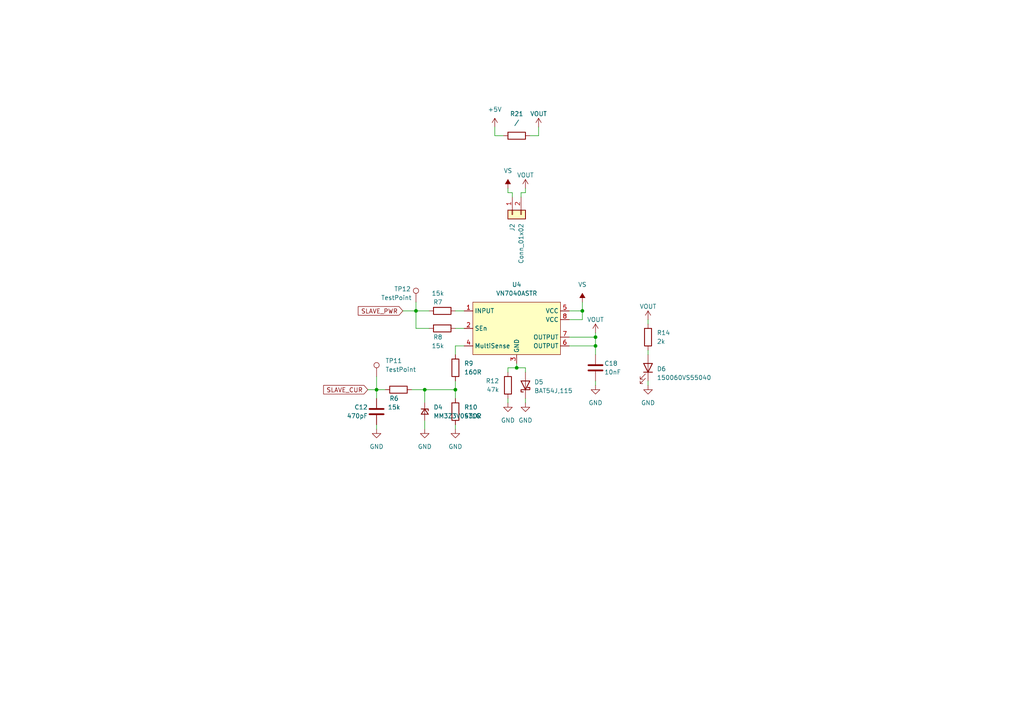
<source format=kicad_sch>
(kicad_sch (version 20250114) (generator "eeschema") (generator_version "9.0")
  (paper "A4")
  (lib_symbols
    (symbol "Connector:TestPoint" (pin_numbers (hide yes)) (pin_names (offset 0.762) (hide yes))
      (property "Reference" "TP" (at 0 6.858 0))
      (property "Value" "TestPoint" (at 0 5.08 0))
      (symbol "TestPoint_0_1"
        (circle (center 0 3.302) (radius 0.762))
      )
      (symbol "TestPoint_1_1"
        (pin passive line (at 0 0 90) (length 2.54) (name "1") (number "1"))
      )
    )
    (symbol "Connector_Generic:Conn_01x02" (pin_names (offset 1.016) (hide yes))
      (property "Reference" "J" (at 0 2.54 0))
      (property "Value" "Conn_01x02" (at 0 -5.08 0))
      (symbol "Conn_01x02_1_1"
        (rectangle (start -1.27 1.27) (end 1.27 -3.81) (stroke (width 0.254)) (fill (type background)))
        (rectangle (start -1.27 0.127) (end 0 -0.127) (stroke (width 0.1524)))
        (rectangle (start -1.27 -2.413) (end 0 -2.667) (stroke (width 0.1524)))
        (pin passive line (at -5.08 0 0) (length 3.81) (name "Pin_1") (number "1"))
        (pin passive line (at -5.08 -2.54 0) (length 3.81) (name "Pin_2") (number "2"))
      )
    )
    (symbol "Device:C" (pin_numbers (hide yes)) (pin_names (offset 0.254))
      (property "Reference" "C" (at 0.635 2.54 0))
      (property "Value" "C" (at 0.635 -2.54 0))
      (symbol "C_0_1"
        (polyline (pts (xy -2.032 0.762) (xy 2.032 0.762)) (stroke (width 0.508)))
        (polyline (pts (xy -2.032 -0.762) (xy 2.032 -0.762)) (stroke (width 0.508)))
      )
      (symbol "C_1_1"
        (pin passive line (at 0 3.81 270) (length 2.794) (name "~") (number "1"))
        (pin passive line (at 0 -3.81 90) (length 2.794) (name "~") (number "2"))
      )
    )
    (symbol "Device:D_Zener_Small" (pin_numbers (hide yes)) (pin_names (offset 0.254) (hide yes))
      (property "Reference" "D" (at 0 2.286 0))
      (property "Value" "D_Zener_Small" (at 0 -2.286 0))
      (symbol "D_Zener_Small_0_1"
        (polyline (pts (xy -0.254 1.016) (xy -0.762 1.016) (xy -0.762 -1.016)) (stroke (width 0.254)))
        (polyline (pts (xy 0.762 1.016) (xy -0.762 0) (xy 0.762 -1.016) (xy 0.762 1.016)) (stroke (width 0.254)))
        (polyline (pts (xy 0.762 0) (xy -0.762 0)))
      )
      (symbol "D_Zener_Small_1_1"
        (pin passive line (at -2.54 0 0) (length 1.778) (name "K") (number "1"))
        (pin passive line (at 2.54 0 180) (length 1.778) (name "A") (number "2"))
      )
    )
    (symbol "Device:LED" (pin_numbers (hide yes)) (pin_names (offset 1.016) (hide yes))
      (property "Reference" "D" (at 0 2.54 0))
      (property "Value" "LED" (at 0 -2.54 0))
      (symbol "LED_0_1"
        (polyline (pts (xy -3.048 -0.762) (xy -4.572 -2.286) (xy -3.81 -2.286) (xy -4.572 -2.286) (xy -4.572 -1.524)))
        (polyline (pts (xy -1.778 -0.762) (xy -3.302 -2.286) (xy -2.54 -2.286) (xy -3.302 -2.286) (xy -3.302 -1.524)))
        (polyline (pts (xy -1.27 0) (xy 1.27 0)))
        (polyline (pts (xy -1.27 -1.27) (xy -1.27 1.27)) (stroke (width 0.254)))
        (polyline (pts (xy 1.27 -1.27) (xy 1.27 1.27) (xy -1.27 0) (xy 1.27 -1.27)) (stroke (width 0.254)))
      )
      (symbol "LED_1_1"
        (pin passive line (at -3.81 0 0) (length 2.54) (name "K") (number "1"))
        (pin passive line (at 3.81 0 180) (length 2.54) (name "A") (number "2"))
      )
    )
    (symbol "Device:R" (pin_numbers (hide yes)) (pin_names (offset 0))
      (property "Reference" "R" (at 2.032 0 90))
      (property "Value" "R" (at 0 0 90))
      (symbol "R_0_1"
        (rectangle (start -1.016 -2.54) (end 1.016 2.54) (stroke (width 0.254)))
      )
      (symbol "R_1_1"
        (pin passive line (at 0 3.81 270) (length 1.27) (name "~") (number "1"))
        (pin passive line (at 0 -3.81 90) (length 1.27) (name "~") (number "2"))
      )
    )
    (symbol "Diode:BAT54J" (pin_numbers (hide yes)) (pin_names (offset 1.016) (hide yes))
      (property "Reference" "D" (at 0 2.54 0))
      (property "Value" "BAT54J" (at 0 -2.54 0))
      (symbol "BAT54J_0_1"
        (polyline (pts (xy -1.905 0.635) (xy -1.905 1.27) (xy -1.27 1.27) (xy -1.27 -1.27) (xy -0.635 -1.27) (xy -0.635 -0.635)) (stroke (width 0.254)))
        (polyline (pts (xy 1.27 1.27) (xy 1.27 -1.27) (xy -1.27 0) (xy 1.27 1.27)) (stroke (width 0.254)))
        (polyline (pts (xy 1.27 0) (xy -1.27 0)))
      )
      (symbol "BAT54J_1_1"
        (pin passive line (at -3.81 0 0) (length 2.54) (name "K") (number "1"))
        (pin passive line (at 3.81 0 180) (length 2.54) (name "A") (number "2"))
      )
    )
    (symbol "Melexis:VN7040"
      (property "Reference" "U" (at -11.43 11.43 0))
      (property "Value" "VN7040" (at -8.89 8.89 0))
      (symbol "VN7040_0_1"
        (rectangle (start -12.7 7.62) (end 12.7 -7.62) (fill (type background)))
      )
      (symbol "VN7040_1_1"
        (pin input line (at -15.24 5.08 0) (length 2.54) (name "INPUT") (number "1"))
        (pin output line (at -15.24 0 0) (length 2.54) (name "SEn") (number "2"))
        (pin output line (at -15.24 -5.08 0) (length 2.54) (name "MultiSense") (number "4"))
        (pin power_in line (at 0 -10.16 90) (length 2.54) (name "GND") (number "3"))
        (pin power_in line (at 15.24 5.08 180) (length 2.54) (name "VCC") (number "5"))
        (pin power_in line (at 15.24 2.54 180) (length 2.54) (name "VCC") (number "8"))
        (pin power_out line (at 15.24 -2.54 180) (length 2.54) (name "OUTPUT") (number "7"))
        (pin power_out line (at 15.24 -5.08 180) (length 2.54) (name "OUTPUT") (number "6"))
      )
    )
    (symbol "power:+5V" (power) (pin_names (offset 0))
      (property "Value" "+5V" (at 0 3.556 0))
      (symbol "+5V_0_1"
        (polyline (pts (xy -0.762 1.27) (xy 0 2.54)))
        (polyline (pts (xy 0 2.54) (xy 0.762 1.27)))
        (polyline (pts (xy 0 0) (xy 0 2.54)))
      )
      (symbol "+5V_1_1"
        (pin power_in line (at 0 0 90) (length 0) (hide yes) (name "+5V") (number "1"))
      )
    )
    (symbol "power:GND" (power) (pin_names (offset 0))
      (property "Value" "GND" (at 0 -3.81 0))
      (symbol "GND_0_1"
        (polyline (pts (xy 0 0) (xy 0 -1.27) (xy 1.27 -1.27) (xy 0 -2.54) (xy -1.27 -1.27) (xy 0 -1.27)))
      )
      (symbol "GND_1_1"
        (pin power_in line (at 0 0 270) (length 0) (hide yes) (name "GND") (number "1"))
      )
    )
    (symbol "power:VBUS" (power) (pin_names (offset 0))
      (property "Value" "VBUS" (at 0 3.81 0))
      (symbol "VBUS_0_1"
        (polyline (pts (xy -0.762 1.27) (xy 0 2.54)))
        (polyline (pts (xy 0 2.54) (xy 0.762 1.27)))
        (polyline (pts (xy 0 0) (xy 0 2.54)))
      )
      (symbol "VBUS_1_1"
        (pin power_in line (at 0 0 90) (length 0) (hide yes) (name "VBUS") (number "1"))
      )
    )
    (symbol "power:VS" (power) (pin_names (offset 0))
      (property "Value" "VS" (at 0 3.81 0))
      (symbol "VS_0_1"
        (polyline (pts (xy 0 0) (xy 0 2.54)))
        (polyline (pts (xy 0.762 1.27) (xy -0.762 1.27) (xy 0 2.54) (xy 0.762 1.27)) (fill (type outline)))
      )
      (symbol "VS_1_1"
        (pin power_in line (at 0 0 90) (length 0) (hide yes) (name "VS") (number "1"))
      )
    )
  )
  (junction (at 168.91 90.17))
  (junction (at 172.72 97.79))
  (junction (at 172.72 100.33))
  (junction (at 132.08 113.03))
  (junction (at 120.65 90.17))
  (junction (at 123.19 113.03))
  (junction (at 149.86 106.68))
  (junction (at 109.22 113.03))
  (wire (pts (xy 143.51 36.83) (xy 143.51 39.37)))
  (wire (pts (xy 168.91 90.17) (xy 168.91 87.63)))
  (wire (pts (xy 172.72 97.79) (xy 172.72 100.33)))
  (wire (pts (xy 187.96 101.6) (xy 187.96 102.87)))
  (wire (pts (xy 147.32 54.61) (xy 147.32 55.88)))
  (wire (pts (xy 143.51 39.37) (xy 146.05 39.37)))
  (wire (pts (xy 132.08 90.17) (xy 134.62 90.17)))
  (wire (pts (xy 120.65 90.17) (xy 124.46 90.17)))
  (wire (pts (xy 187.96 110.49) (xy 187.96 111.76)))
  (wire (pts (xy 165.1 92.71) (xy 168.91 92.71)))
  (wire (pts (xy 106.68 113.03) (xy 109.22 113.03)))
  (wire (pts (xy 156.21 36.83) (xy 156.21 39.37)))
  (wire (pts (xy 152.4 115.57) (xy 152.4 116.84)))
  (wire (pts (xy 123.19 113.03) (xy 123.19 116.84)))
  (wire (pts (xy 134.62 100.33) (xy 132.08 100.33)))
  (wire (pts (xy 132.08 100.33) (xy 132.08 102.87)))
  (wire (pts (xy 120.65 90.17) (xy 116.84 90.17)))
  (wire (pts (xy 156.21 39.37) (xy 153.67 39.37)))
  (wire (pts (xy 124.46 95.25) (xy 120.65 95.25)))
  (wire (pts (xy 123.19 124.46) (xy 123.19 121.92)))
  (wire (pts (xy 165.1 97.79) (xy 172.72 97.79)))
  (wire (pts (xy 109.22 115.57) (xy 109.22 113.03)))
  (wire (pts (xy 132.08 110.49) (xy 132.08 113.03)))
  (wire (pts (xy 172.72 97.79) (xy 172.72 96.52)))
  (wire (pts (xy 172.72 100.33) (xy 165.1 100.33)))
  (wire (pts (xy 147.32 106.68) (xy 147.32 107.95)))
  (wire (pts (xy 123.19 113.03) (xy 132.08 113.03)))
  (wire (pts (xy 132.08 95.25) (xy 134.62 95.25)))
  (wire (pts (xy 187.96 92.71) (xy 187.96 93.98)))
  (wire (pts (xy 132.08 113.03) (xy 132.08 115.57)))
  (wire (pts (xy 109.22 113.03) (xy 111.76 113.03)))
  (wire (pts (xy 109.22 124.46) (xy 109.22 123.19)))
  (wire (pts (xy 172.72 100.33) (xy 172.72 102.87)))
  (wire (pts (xy 152.4 54.61) (xy 152.4 55.88)))
  (wire (pts (xy 147.32 115.57) (xy 147.32 116.84)))
  (wire (pts (xy 148.59 55.88) (xy 148.59 57.15)))
  (wire (pts (xy 119.38 113.03) (xy 123.19 113.03)))
  (wire (pts (xy 120.65 95.25) (xy 120.65 90.17)))
  (wire (pts (xy 109.22 109.22) (xy 109.22 113.03)))
  (wire (pts (xy 152.4 107.95) (xy 152.4 106.68)))
  (wire (pts (xy 165.1 90.17) (xy 168.91 90.17)))
  (wire (pts (xy 172.72 111.76) (xy 172.72 110.49)))
  (wire (pts (xy 168.91 92.71) (xy 168.91 90.17)))
  (wire (pts (xy 120.65 87.63) (xy 120.65 90.17)))
  (wire (pts (xy 149.86 106.68) (xy 152.4 106.68)))
  (wire (pts (xy 151.13 57.15) (xy 151.13 55.88)))
  (wire (pts (xy 149.86 106.68) (xy 147.32 106.68)))
  (wire (pts (xy 149.86 105.41) (xy 149.86 106.68)))
  (wire (pts (xy 147.32 55.88) (xy 148.59 55.88)))
  (wire (pts (xy 132.08 123.19) (xy 132.08 124.46)))
  (wire (pts (xy 151.13 55.88) (xy 152.4 55.88)))
  (global_label "SLAVE_CUR" (shape input) (at 106.68 113.03 180) (property "Intersheetrefs" "${INTERSHEET_REFS}" (effects (hide yes))))
  (global_label "SLAVE_PWR" (shape input) (at 116.84 90.17 180) (property "Intersheetrefs" "${INTERSHEET_REFS}" (effects (hide yes))))
  (symbol (lib_id "power:VBUS") (at 187.96 92.71 0) (unit 1)
    (property "Reference" "#PWR033" (effects (hide yes)))
    (property "Value" "VOUT" (at 187.96 88.9 0))
  )
  (symbol (lib_id "Device:R") (at 128.27 95.25 90) (mirror x) (unit 1)
    (property "Reference" "R8" (at 127 97.79 90))
    (property "Value" "15k" (at 127 100.33 90))
    (property "Footprint" "Resistor_SMD:R_0402_1005Metric" (effects (hide yes)))
  )
  (symbol (lib_id "Device:C") (at 172.72 106.68 0) (unit 1)
    (property "Reference" "C18" (at 175.26 105.41 0) (effects (justify left)))
    (property "Value" "10nF" (at 175.26 107.95 0) (effects (justify left)))
    (property "Footprint" "Capacitor_SMD:C_0805_2012Metric" (effects (hide yes)))
  )
  (symbol (lib_id "power:+5V") (at 143.51 36.83 0) (mirror y) (unit 1)
    (property "Reference" "#PWR0186" (effects (hide yes)))
    (property "Value" "+5V" (at 143.51 31.75 0))
  )
  (symbol (lib_id "Device:R") (at 187.96 97.79 180) (unit 1)
    (property "Reference" "R14" (at 190.5 96.5199 0) (effects (justify right)))
    (property "Value" "2k" (at 190.5 99.0599 0) (effects (justify right)))
    (property "Footprint" "Resistor_SMD:R_0603_1608Metric" (effects (hide yes)))
  )
  (symbol (lib_id "Device:R") (at 115.57 113.03 90) (mirror x) (unit 1)
    (property "Reference" "R6" (at 114.3 115.57 90))
    (property "Value" "15k" (at 114.3 118.11 90))
    (property "Footprint" "Resistor_SMD:R_0402_1005Metric" (effects (hide yes)))
  )
  (symbol (lib_id "Device:D_Zener_Small") (at 123.19 119.38 270) (unit 1)
    (property "Reference" "D4" (at 125.73 118.1099 90) (effects (justify left)))
    (property "Value" "MM3Z3V0ST1G" (at 125.73 120.6499 90) (effects (justify left)))
    (property "Footprint" "Diode_SMD:D_SOD-323" (effects (hide yes)))
  )
  (symbol (lib_id "Device:R") (at 128.27 90.17 90) (unit 1)
    (property "Reference" "R7" (at 127 87.63 90))
    (property "Value" "15k" (at 127 85.09 90))
    (property "Footprint" "Resistor_SMD:R_0402_1005Metric" (effects (hide yes)))
  )
  (symbol (lib_id "Device:R") (at 132.08 106.68 0) (unit 1)
    (property "Reference" "R9" (at 134.62 105.4099 0) (effects (justify left)))
    (property "Value" "160R" (at 134.62 107.9499 0) (effects (justify left)))
    (property "Footprint" "Resistor_SMD:R_0402_1005Metric" (effects (hide yes)))
  )
  (symbol (lib_id "power:VS") (at 147.32 54.61 0) (mirror y) (unit 1)
    (property "Reference" "#PWR0189" (effects (hide yes)))
    (property "Value" "VS" (at 147.32 49.53 0))
  )
  (symbol (lib_id "power:GND") (at 147.32 116.84 0) (mirror y) (unit 1)
    (property "Reference" "#PWR0181" (effects (hide yes)))
    (property "Value" "GND" (at 147.32 121.92 0))
  )
  (symbol (lib_id "power:VBUS") (at 172.72 96.52 0) (unit 1)
    (property "Reference" "#PWR032" (effects (hide yes)))
    (property "Value" "VOUT" (at 172.72 92.71 0))
  )
  (symbol (lib_id "power:GND") (at 187.96 111.76 0) (mirror y) (unit 1)
    (property "Reference" "#PWR0179" (effects (hide yes)))
    (property "Value" "GND" (at 187.96 116.84 0))
  )
  (symbol (lib_id "power:GND") (at 172.72 111.76 0) (mirror y) (unit 1)
    (property "Reference" "#PWR0178" (effects (hide yes)))
    (property "Value" "GND" (at 172.72 116.84 0))
  )
  (symbol (lib_id "Connector_Generic:Conn_01x02") (at 148.59 62.23 90) (mirror x) (unit 1)
    (property "Reference" "J2" (at 148.5899 64.77 0) (effects (justify left)))
    (property "Value" "Conn_01x02" (at 151.1299 64.77 0) (effects (justify left)))
    (property "Footprint" "Connector_PinHeader_2.54mm:PinHeader_1x02_P2.54mm_Vertical" (effects (hide yes)))
  )
  (symbol (lib_id "Device:LED") (at 187.96 106.68 270) (mirror x) (unit 1)
    (property "Reference" "D6" (at 190.5 106.9974 90) (effects (justify left)))
    (property "Value" "150060VS55040" (at 190.5 109.5374 90) (effects (justify left)))
    (property "Footprint" "LED_SMD:LED_0603_1608Metric" (effects (hide yes)))
  )
  (symbol (lib_id "power:VBUS") (at 156.21 36.83 0) (unit 1)
    (property "Reference" "#PWR039" (effects (hide yes)))
    (property "Value" "VOUT" (at 156.21 33.02 0))
  )
  (symbol (lib_id "Device:R") (at 132.08 119.38 0) (unit 1)
    (property "Reference" "R10" (at 134.62 118.1099 0) (effects (justify left)))
    (property "Value" "430R" (at 134.62 120.6499 0) (effects (justify left)))
    (property "Footprint" "Resistor_SMD:R_0402_1005Metric" (effects (hide yes)))
  )
  (symbol (lib_id "power:GND") (at 132.08 124.46 0) (mirror y) (unit 1)
    (property "Reference" "#PWR0184" (effects (hide yes)))
    (property "Value" "GND" (at 132.08 129.54 0))
  )
  (symbol (lib_id "power:VBUS") (at 152.4 54.61 0) (unit 1)
    (property "Reference" "#PWR034" (effects (hide yes)))
    (property "Value" "VOUT" (at 152.4 50.8 0))
  )
  (symbol (lib_id "Device:C") (at 109.22 119.38 0) (mirror y) (unit 1)
    (property "Reference" "C12" (at 106.68 118.11 0) (effects (justify left)))
    (property "Value" "470pF" (at 106.68 120.65 0) (effects (justify left)))
    (property "Footprint" "Capacitor_SMD:C_0402_1005Metric" (effects (hide yes)))
  )
  (symbol (lib_id "power:GND") (at 123.19 124.46 0) (mirror y) (unit 1)
    (property "Reference" "#PWR0183" (effects (hide yes)))
    (property "Value" "GND" (at 123.19 129.54 0))
  )
  (symbol (lib_id "Connector:TestPoint") (at 120.65 87.63 0) (mirror y) (unit 1)
    (property "Reference" "TP12" (at 114.3 83.82 0) (effects (justify right)))
    (property "Value" "TestPoint" (at 110.49 86.36 0) (effects (justify right)))
    (property "Footprint" "TestPoint:TestPoint_Pad_D1.0mm" (effects (hide yes)))
  )
  (symbol (lib_id "Diode:BAT54J") (at 152.4 111.76 90) (unit 1)
    (property "Reference" "D5" (at 154.94 110.8074 90) (effects (justify right)))
    (property "Value" "BAT54J,115" (at 154.94 113.3474 90) (effects (justify right)))
    (property "Footprint" "Diode_SMD:D_SOD-323F" (effects (hide yes)))
    (property "Datasheet" "https://assets.nexperia.com/documents/data-sheet/BAT54J.pdf" (effects (hide yes)))
    (property "Description" "30V 200mA Schottky diode, SOD-323F" (effects (hide yes)))
  )
  (symbol (lib_id "power:GND") (at 152.4 116.84 0) (mirror y) (unit 1)
    (property "Reference" "#PWR0182" (effects (hide yes)))
    (property "Value" "GND" (at 152.4 121.92 0))
  )
  (symbol (lib_id "power:VS") (at 168.91 87.63 0) (unit 1)
    (property "Reference" "#PWR0176" (effects (hide yes)))
    (property "Value" "VS" (at 168.91 82.55 0))
  )
  (symbol (lib_id "Melexis:VN7040") (at 149.86 95.25 0) (unit 1)
    (property "Reference" "U4" (at 149.86 82.55 0))
    (property "Value" "VN7040ASTR" (at 149.86 85.09 0))
    (property "Footprint" "Package_SO:SO-8_3.9x4.9mm_P1.27mm" (effects (hide yes)))
  )
  (symbol (lib_id "Device:R") (at 147.32 111.76 0) (mirror x) (unit 1)
    (property "Reference" "R12" (at 144.78 110.4899 0) (effects (justify right)))
    (property "Value" "47k" (at 144.78 113.0299 0) (effects (justify right)))
    (property "Footprint" "Resistor_SMD:R_0402_1005Metric" (effects (hide yes)))
  )
  (symbol (lib_id "Connector:TestPoint") (at 109.22 109.22 0) (unit 1)
    (property "Reference" "TP11" (at 111.76 104.6479 0) (effects (justify left)))
    (property "Value" "TestPoint" (at 111.76 107.1879 0) (effects (justify left)))
    (property "Footprint" "TestPoint:TestPoint_Pad_D1.0mm" (effects (hide yes)))
  )
  (symbol (lib_id "power:GND") (at 109.22 124.46 0) (mirror y) (unit 1)
    (property "Reference" "#PWR0185" (effects (hide yes)))
    (property "Value" "GND" (at 109.22 129.54 0))
  )
  (symbol (lib_id "Device:R") (at 149.86 39.37 90) (unit 1)
    (property "Reference" "R21" (at 149.86 33.02 90))
    (property "Value" "/" (at 149.86 35.56 90))
    (property "Footprint" "Resistor_SMD:R_0402_1005Metric" (effects (hide yes)))
  )
)
</source>
